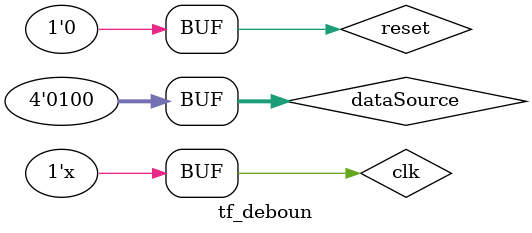
<source format=v>
`timescale 1ns / 1ps


module tf_deboun;

	// Inputs
	reg clk;
	reg reset;
	reg [3:0] dataSource;

	// Outputs
	wire [3:0] dataDebounced;


	// Instantiate the Unit Under Test (UUT)
	Debouncer uut 
 (
		.clk(clk), 
		.reset(reset), 
		.dataSource(dataSource), 
		.dataDebounced(dataDebounced)
	);

	initial begin
		// Initialize Inputs
		clk = 0;
		reset = 0;


		// Wait 100 ns for global reset to finish
		#100;
		reset = 1;
		#100;
		reset = 0;
		dataSource = 4;
		// Add stimulus here

	end
	always
	 begin
	clk = ~ clk ;
	#5;
end

endmodule


</source>
